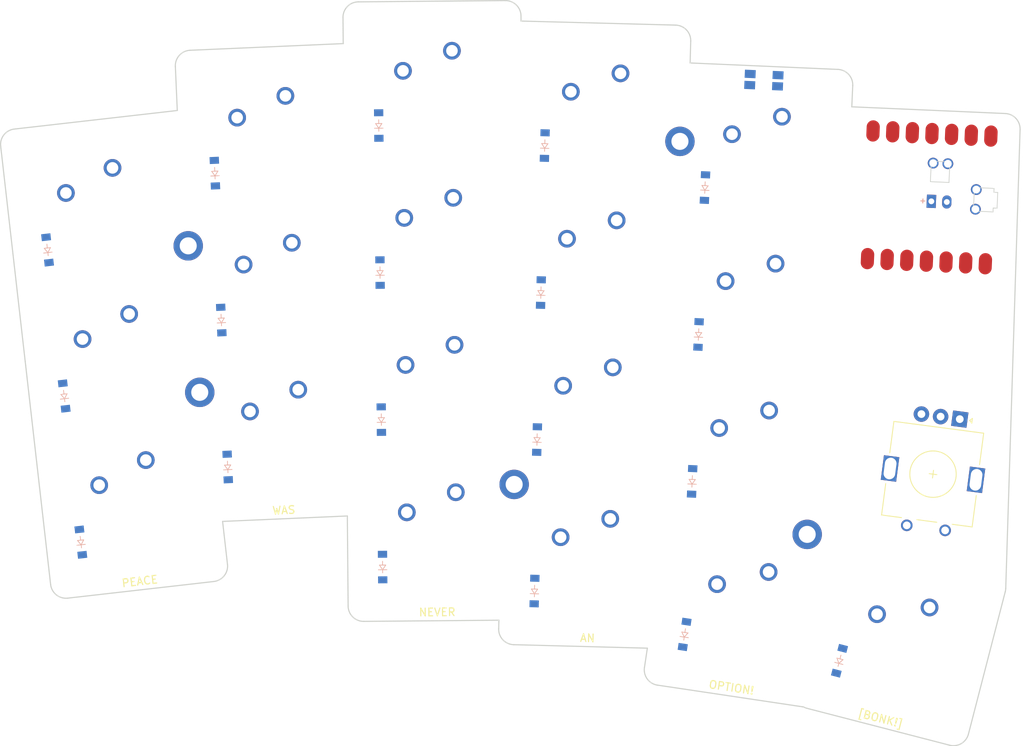
<source format=kicad_pcb>
(kicad_pcb (version 20221018) (generator pcbnew)
  (title_block (title "goose") (rev "v1.0.0") (company "Unknown"))
  (layers (0 "F.Cu" signal) (31 "B.Cu" signal) (34 "B.Paste" user) (35 "F.Paste" user) (36 "B.SilkS" user "B.Silkscreen") (37 "F.SilkS" user "F.Silkscreen") (38 "B.Mask" user) (39 "F.Mask" user) (44 "Edge.Cuts" user))
  (net 0 "")
  (net 1 "C0")
  (net 2 "C0_R2")
  (net 3 "C0_R1")
  (net 4 "C0_R0")
  (net 5 "C1")
  (net 6 "C1_R2")
  (net 7 "C1_R1")
  (net 8 "C1_R0")
  (net 9 "C2")
  (net 10 "C2_R2")
  (net 11 "C2_R1")
  (net 12 "C2_R0")
  (net 13 "C3")
  (net 14 "C3_R2")
  (net 15 "C3_R1")
  (net 16 "C3_R0")
  (net 17 "C4")
  (net 18 "C4_R2")
  (net 19 "C4_R1")
  (net 20 "C4_R0")
  (net 21 "C1_R3")
  (net 22 "C2_R3")
  (net 23 "C3_R3")
  (net 24 "C4_R3")
  (net 25 "R2")
  (net 26 "R1")
  (net 27 "R0")
  (net 28 "R3")
  (net 29 "P0")
  (net 30 "P1")
  (net 31 "RAW3V3")
  (net 32 "GND")
  (net 33 "RAW5V")
  (net 34 "BAT+")
  (net 35 "BAT-")
  (net 36 "RST")
  (footprint "MX" (layer "F.Cu") (at 239.970298 133.905276 -1.5)
    (fp_text reference "S11" hide)
    (fp_text value "" hide)
    (pad "" np_thru_hole circle (at -5.08 0) (size 1.7018 1.7018) (drill 1.7018) (layers "*.Cu" "*.Mask"))
    (pad "" np_thru_hole circle (at 0 0) (size 3.9878 3.9878) (drill 3.9878) (layers "*.Cu" "*.Mask"))
    (pad "" np_thru_hole circle (at 5.08 0) (size 1.7018 1.7018) (drill 1.7018) (layers "*.Cu" "*.Mask"))
    (pad "1" thru_hole circle (at 2.54 -5.08) (size 2.286 2.286) (drill 1.4986) (layers "*.Cu" "*.Mask") (net 13 "C3"))
    (pad "2" thru_hole circle (at -3.81 -2.54) (size 2.286 2.286) (drill 1.4986) (layers "*.Cu" "*.Mask") (net 15 "C3_R1"))
  )
  (footprint "MX" (layer "F.Cu") (at 197.527361 117.990293 2.5)
    (fp_text reference "S6" hide)
    (fp_text value "" hide)
    (pad "" np_thru_hole circle (at -5.08 0) (size 1.7018 1.7018) (drill 1.7018) (layers "*.Cu" "*.Mask"))
    (pad "" np_thru_hole circle (at 0 0) (size 3.9878 3.9878) (drill 3.9878) (layers "*.Cu" "*.Mask"))
    (pad "" np_thru_hole circle (at 5.08 0) (size 1.7018 1.7018) (drill 1.7018) (layers "*.Cu" "*.Mask"))
    (pad "1" thru_hole circle (at 2.54 -5.08) (size 2.286 2.286) (drill 1.4986) (layers "*.Cu" "*.Mask") (net 5 "C1"))
    (pad "2" thru_hole circle (at -3.81 -2.54) (size 2.286 2.286) (drill 1.4986) (layers "*.Cu" "*.Mask") (net 8 "C1_R0"))
  )
  (footprint "MX" (layer "F.Cu") (at 219.031723 131.076315 0.5)
    (fp_text reference "S8" hide)
    (fp_text value "" hide)
    (pad "" np_thru_hole circle (at -5.08 0) (size 1.7018 1.7018) (drill 1.7018) (layers "*.Cu" "*.Mask"))
    (pad "" np_thru_hole circle (at 0 0) (size 3.9878 3.9878) (drill 3.9878) (layers "*.Cu" "*.Mask"))
    (pad "" np_thru_hole circle (at 5.08 0) (size 1.7018 1.7018) (drill 1.7018) (layers "*.Cu" "*.Mask"))
    (pad "1" thru_hole circle (at 2.54 -5.08) (size 2.286 2.286) (drill 1.4986) (layers "*.Cu" "*.Mask") (net 9 "C2"))
    (pad "2" thru_hole circle (at -3.81 -2.54) (size 2.286 2.286) (drill 1.4986) (layers "*.Cu" "*.Mask") (net 11 "C2_R1"))
  )
  (footprint "mounting_hole" (layer "F.Cu") (at 187.286472 132.182973 4.5)
    (fp_text reference "H1" hide)
    (fp_text value "" (at 0 0 4.5) (layer "F.SilkS") (effects (font (size 1.27 1.27))))
    (pad "" thru_hole circle (at 0 0 180) (size 3.8 3.8) (drill 2.2) (layers "*.Cu" "*.Mask"))
  )
  (footprint "sw_reset_side" (layer "F.Cu") (at 261.665756 110.772534 87.5)
    (fp_text reference "RSW1" hide)
    (fp_text value "" (at 0 0 87.5) (layer "F.SilkS") (effects (font (size 1.27 1.27))))
    (pad "1" smd rect (at -0.72 -1.8 357.5) (size 1.4 1.05) (layers "B.Cu" "B.Paste" "B.Mask") (net 32 "GND"))
    (pad "1" smd rect (at -0.72 1.8 357.5) (size 1.4 1.05) (layers "B.Cu" "B.Paste" "B.Mask") (net 32 "GND"))
    (pad "2" smd rect (at 0.72 -1.8 357.5) (size 1.4 1.05) (layers "B.Cu" "B.Paste" "B.Mask") (net 36 "RST"))
    (pad "2" smd rect (at 0.72 1.8 357.5) (size 1.4 1.05) (layers "B.Cu" "B.Paste" "B.Mask") (net 36 "RST"))
  )
  (footprint "MX" (layer "F.Cu") (at 199.184897 155.954125 2.5)
    (fp_text reference "S4" hide)
    (fp_text value "" hide)
    (pad "" np_thru_hole circle (at -5.08 0) (size 1.7018 1.7018) (drill 1.7018) (layers "*.Cu" "*.Mask"))
    (pad "" np_thru_hole circle (at 0 0) (size 3.9878 3.9878) (drill 3.9878) (layers "*.Cu" "*.Mask"))
    (pad "" np_thru_hole circle (at 5.08 0) (size 1.7018 1.7018) (drill 1.7018) (layers "*.Cu" "*.Mask"))
    (pad "1" thru_hole circle (at 2.54 -5.08) (size 2.286 2.286) (drill 1.4986) (layers "*.Cu" "*.Mask") (net 5 "C1"))
    (pad "2" thru_hole circle (at -3.81 -2.54) (size 2.286 2.286) (drill 1.4986) (layers "*.Cu" "*.Mask") (net 6 "C1_R2"))
  )
  (footprint "mounting_hole" (layer "F.Cu") (at 267.261949 169.467094 -5.5)
    (fp_text reference "H5" hide)
    (fp_text value "" (at 0 0 -5.5) (layer "F.SilkS") (effects (font (size 1.27 1.27))))
    (pad "" thru_hole circle (at 0 0 180) (size 3.8 3.8) (drill 2.2) (layers "*.Cu" "*.Mask"))
  )
  (footprint "MX" (layer "F.Cu") (at 239.472936 152.898765 -1.5)
    (fp_text reference "S10" hide)
    (fp_text value "" hide)
    (pad "" np_thru_hole circle (at -5.08 0) (size 1.7018 1.7018) (drill 1.7018) (layers "*.Cu" "*.Mask"))
    (pad "" np_thru_hole circle (at 0 0) (size 3.9878 3.9878) (drill 3.9878) (layers "*.Cu" "*.Mask"))
    (pad "" np_thru_hole circle (at 5.08 0) (size 1.7018 1.7018) (drill 1.7018) (layers "*.Cu" "*.Mask"))
    (pad "1" thru_hole circle (at 2.54 -5.08) (size 2.286 2.286) (drill 1.4986) (layers "*.Cu" "*.Mask") (net 13 "C3"))
    (pad "2" thru_hole circle (at -3.81 -2.54) (size 2.286 2.286) (drill 1.4986) (layers "*.Cu" "*.Mask") (net 14 "C3_R2"))
  )
  (footprint "MX" (layer "F.Cu") (at 239.143406 172.469835 -1.5)
    (fp_text reference "S17" hide)
    (fp_text value "" hide)
    (pad "" np_thru_hole circle (at -5.08 0) (size 1.7018 1.7018) (drill 1.7018) (layers "*.Cu" "*.Mask"))
    (pad "" np_thru_hole circle (at 0 0) (size 3.9878 3.9878) (drill 3.9878) (layers "*.Cu" "*.Mask"))
    (pad "" np_thru_hole circle (at 5.08 0) (size 1.7018 1.7018) (drill 1.7018) (layers "*.Cu" "*.Mask"))
    (pad "1" thru_hole circle (at 2.54 -5.08) (size 2.286 2.286) (drill 1.4986) (layers "*.Cu" "*.Mask") (net 9 "C2"))
    (pad "2" thru_hole circle (at -3.81 -2.54) (size 2.286 2.286) (drill 1.4986) (layers "*.Cu" "*.Mask") (net 22 "C2_R3"))
  )
  (footprint "MX" (layer "F.Cu") (at 198.356129 136.972209 2.5)
    (fp_text reference "S5" hide)
    (fp_text value "" hide)
    (pad "" np_thru_hole circle (at -5.08 0) (size 1.7018 1.7018) (drill 1.7018) (layers "*.Cu" "*.Mask"))
    (pad "" np_thru_hole circle (at 0 0) (size 3.9878 3.9878) (drill 3.9878) (layers "*.Cu" "*.Mask"))
    (pad "" np_thru_hole circle (at 5.08 0) (size 1.7018 1.7018) (drill 1.7018) (layers "*.Cu" "*.Mask"))
    (pad "1" thru_hole circle (at 2.54 -5.08) (size 2.286 2.286) (drill 1.4986) (layers "*.Cu" "*.Mask") (net 5 "C1"))
    (pad "2" thru_hole circle (at -3.81 -2.54) (size 2.286 2.286) (drill 1.4986) (layers "*.Cu" "*.Mask") (net 7 "C1_R1"))
  )
  (footprint "mounting_hole" (layer "F.Cu") (at 250.820254 118.686935 -2)
    (fp_text reference "H3" hide)
    (fp_text value "" (at 0 0 -2) (layer "F.SilkS") (effects (font (size 1.27 1.27))))
    (pad "" thru_hole circle (at 0 0 180) (size 3.8 3.8) (drill 2.2) (layers "*.Cu" "*.Mask"))
  )
  (footprint "MX" (layer "F.Cu") (at 179.85749 165.201493 6.5)
    (fp_text reference "S1" hide)
    (fp_text value "" hide)
    (pad "" np_thru_hole circle (at -5.08 0) (size 1.7018 1.7018) (drill 1.7018) (layers "*.Cu" "*.Mask"))
    (pad "" np_thru_hole circle (at 0 0) (size 3.9878 3.9878) (drill 3.9878) (layers "*.Cu" "*.Mask"))
    (pad "" np_thru_hole circle (at 5.08 0) (size 1.7018 1.7018) (drill 1.7018) (layers "*.Cu" "*.Mask"))
    (pad "1" thru_hole circle (at 2.54 -5.08) (size 2.286 2.286) (drill 1.4986) (layers "*.Cu" "*.Mask") (net 1 "C0"))
    (pad "2" thru_hole circle (at -3.81 -2.54) (size 2.286 2.286) (drill 1.4986) (layers "*.Cu" "*.Mask") (net 2 "C0_R2"))
  )
  (footprint "MX" (layer "F.Cu") (at 259.585111 158.427135 -2.5)
    (fp_text reference "S13" hide)
    (fp_text value "" hide)
    (pad "" np_thru_hole circle (at -5.08 0) (size 1.7018 1.7018) (drill 1.7018) (layers "*.Cu" "*.Mask"))
    (pad "" np_thru_hole circle (at 0 0) (size 3.9878 3.9878) (drill 3.9878) (layers "*.Cu" "*.Mask"))
    (pad "" np_thru_hole circle (at 5.08 0) (size 1.7018 1.7018) (drill 1.7018) (layers "*.Cu" "*.Mask"))
    (pad "1" thru_hole circle (at 2.54 -5.08) (size 2.286 2.286) (drill 1.4986) (layers "*.Cu" "*.Mask") (net 17 "C4"))
    (pad "2" thru_hole circle (at -3.81 -2.54) (size 2.286 2.286) (drill 1.4986) (layers "*.Cu" "*.Mask") (net 18 "C4_R2"))
  )
  (footprint "MX" (layer "F.Cu") (at 240.46766 114.911787 -1.5)
    (fp_text reference "S12" hide)
    (fp_text value "" hide)
    (pad "" np_thru_hole circle (at -5.08 0) (size 1.7018 1.7018) (drill 1.7018) (layers "*.Cu" "*.Mask"))
    (pad "" np_thru_hole circle (at 0 0) (size 3.9878 3.9878) (drill 3.9878) (layers "*.Cu" "*.Mask"))
    (pad "" np_thru_hole circle (at 5.08 0) (size 1.7018 1.7018) (drill 1.7018) (layers "*.Cu" "*.Mask"))
    (pad "1" thru_hole circle (at 2.54 -5.08) (size 2.286 2.286) (drill 1.4986) (layers "*.Cu" "*.Mask") (net 13 "C3"))
    (pad "2" thru_hole circle (at -3.81 -2.54) (size 2.286 2.286) (drill 1.4986) (layers "*.Cu" "*.Mask") (net 16 "C3_R0"))
  )
  (footprint "MX" (layer "F.Cu") (at 261.242648 120.463302 -2.5)
    (fp_text reference "S15" hide)
    (fp_text value "" hide)
    (pad "" np_thru_hole circle (at -5.08 0) (size 1.7018 1.7018) (drill 1.7018) (layers "*.Cu" "*.Mask"))
    (pad "" np_thru_hole circle (at 0 0) (size 3.9878 3.9878) (drill 3.9878) (layers "*.Cu" "*.Mask"))
    (pad "" np_thru_hole circle (at 5.08 0) (size 1.7018 1.7018) (drill 1.7018) (layers "*.Cu" "*.Mask"))
    (pad "1" thru_hole circle (at 2.54 -5.08) (size 2.286 2.286) (drill 1.4986) (layers "*.Cu" "*.Mask") (net 17 "C4"))
    (pad "2" thru_hole circle (at -3.81 -2.54) (size 2.286 2.286) (drill 1.4986) (layers "*.Cu" "*.Mask") (net 20 "C4_R0"))
  )
  (footprint "rotary_encoder" (layer "F.Cu") (at 283.464 161.798 -97.5)
    (fp_text reference "ROT1" hide)
    (fp_text value "")
    (fp_line (start -7.92 -4.14) (end -7.32 -4.14) (stroke (width 0.12)) (layer "F.SilkS"))
    (fp_line (start -7.62 -3.84) (end -7.92 -4.14) (stroke (width 0.12)) (layer "F.SilkS"))
    (fp_line (start -7.32 -4.14) (end -7.62 -3.84) (stroke (width 0.12)) (layer "F.SilkS"))
    (fp_line (start -6.22 -5.84) (end -6.22 5.86) (stroke (width 0.12)) (layer "F.SilkS"))
    (fp_line (start -2.12 -5.84) (end -6.22 -5.84) (stroke (width 0.12)) (layer "F.SilkS"))
    (fp_line (start -2.12 5.86) (end -6.22 5.86) (stroke (width 0.12)) (layer "F.SilkS"))
    (fp_line (start -0.62 -0.04) (end 0.38 -0.04) (stroke (width 0.12)) (layer "F.SilkS"))
    (fp_line (start -0.12 -0.54) (end -0.12 0.46) (stroke (width 0.12)) (layer "F.SilkS"))
    (fp_line (start 1.88 -5.94) (end 5.98 -5.94) (stroke (width 0.12)) (layer "F.SilkS"))
    (fp_line (start 5.98 -5.94) (end 5.98 -3.34) (stroke (width 0.12)) (layer "F.SilkS"))
    (fp_line (start 5.98 -1.34) (end 5.98 1.26) (stroke (width 0.12)) (layer "F.SilkS"))
    (fp_line (start 5.98 3.26) (end 5.98 5.86) (stroke (width 0.12)) (layer "F.SilkS"))
    (fp_line (start 5.98 5.86) (end 1.88 5.86) (stroke (width 0.12)) (layer "F.SilkS"))
    (fp_circle (center -0.12 -0.04) (end 2.88 -0.04) (stroke (width 0.12)) (fill none) (layer "F.SilkS"))
    (pad "" thru_hole rect (at -0.12 -5.64 262.5) (size 3.2 2) (drill oval 2.8 1.5) (layers "*.Cu" "*.Mask"))
    (pad "" thru_hole rect (at -0.12 5.56 262.5) (size 3.2 2) (drill oval 2.8 1.5) (layers "*.Cu" "*.Mask"))
    (pad "1" thru_hole circle (at 6.88 -2.54 265) (size 1.5 1.5) (drill 1) (layers "*.Cu" "*.Mask"))
    (pad "2" thru_hole circle (at 6.88 2.46 265) (size 1.5 1.5) (drill 1) (layers "*.Cu" "*.Mask"))
    (pad "A" thru_hole rect (at -7.62 -2.54 262.5) (size 2 2) (drill 1) (layers "*.Cu" "*.Mask") (net 29 "P0"))
    (pad "B" thru_hole circle (at -7.62 2.46 265) (size 2 2) (drill 1) (layers "*.Cu" "*.Mask") (net 30 "P1"))
    (pad "C" thru_hole circle (at -7.62 -0.04 265) (size 2 2) (drill 1) (layers "*.Cu" "*.Mask") (net 32 "GND"))
  )
  (footprint "MX" (layer "F.Cu") (at 175.555768 127.445763 6.5)
    (fp_text reference "S3" hide)
    (fp_text value "" hide)
    (pad "" np_thru_hole circle (at -5.08 0) (size 1.7018 1.7018) (drill 1.7018) (layers "*.Cu" "*.Mask"))
    (pad "" np_thru_hole circle (at 0 0) (size 3.9878 3.9878) (drill 3.9878) (layers "*.Cu" "*.Mask"))
    (pad "" np_thru_hole circle (at 5.08 0) (size 1.7018 1.7018) (drill 1.7018) (layers "*.Cu" "*.Mask"))
    (pad "1" thru_hole circle (at 2.54 -5.08) (size 2.286 2.286) (drill 1.4986) (layers "*.Cu" "*.Mask") (net 1 "C0"))
    (pad "2" thru_hole circle (at -3.81 -2.54) (size 2.286 2.286) (drill 1.4986) (layers "*.Cu" "*.Mask") (net 4 "C0_R0"))
  )
  (footprint "MX" (layer "F.Cu") (at 260.41388 139.445218 -2.5)
    (fp_text reference "S14" hide)
    (fp_text value "" hide)
    (pad "" np_thru_hole circle (at -5.08 0) (size 1.7018 1.7018) (drill 1.7018) (layers "*.Cu" "*.Mask"))
    (pad "" np_thru_hole circle (at 0 0) (size 3.9878 3.9878) (drill 3.9878) (layers "*.Cu" "*.Mask"))
    (pad "" np_thru_hole circle (at 5.08 0) (size 1.7018 1.7018) (drill 1.7018) (layers "*.Cu" "*.Mask"))
    (pad "1" thru_hole circle (at 2.54 -5.08) (size 2.286 2.286) (drill 1.4986) (layers "*.Cu" "*.Mask") (net 17 "C4"))
    (pad "2" thru_hole circle (at -3.81 -2.54) (size 2.286 2.286) (drill 1.4986) (layers "*.Cu" "*.Mask") (net 19 "C4_R1"))
  )
  (footprint "MX" (layer "F.Cu") (at 218.865919 112.077038 0.5)
    (fp_text reference "S9" hide)
    (fp_text value "" hide)
    (pad "" np_thru_hole circle (at -5.08 0) (size 1.7018 1.7018) (drill 1.7018) (layers "*.Cu" "*.Mask"))
    (pad "" np_thru_hole circle (at 0 0) (size 3.9878 3.9878) (drill 3.9878) (layers "*.Cu" "*.Mask"))
    (pad "" np_thru_hole circle (at 5.08 0) (size 1.7018 1.7018) (drill 1.7018) (layers "*.Cu" "*.Mask"))
    (pad "1" thru_hole circle (at 2.54 -5.08) (size 2.286 2.286) (drill 1.4986) (layers "*.Cu" "*.Mask") (net 9 "C2"))
    (pad "2" thru_hole circle (at -3.81 -2.54) (size 2.286 2.286) (drill 1.4986) (layers "*.Cu" "*.Mask") (net 12 "C2_R0"))
  )
  (footprint "MX" (layer "F.Cu") (at 177.706629 146.323628 6.5)
    (fp_text reference "S2" hide)
    (fp_text value "" hide)
    (pad "" np_thru_hole circle (at -5.08 0) (size 1.7018 1.7018) (drill 1.7018) (layers "*.Cu" "*.Mask"))
    (pad "" np_thru_hole circle (at 0 0) (size 3.9878 3.9878) (drill 3.9878) (layers "*.Cu" "*.Mask"))
    (pad "" np_thru_hole circle (at 5.08 0) (size 1.7018 1.7018) (drill 1.7018) (layers "*.Cu" "*.Mask"))
    (pad "1" thru_hole circle (at 2.54 -5.08) (size 2.286 2.286) (drill 1.4986) (layers "*.Cu" "*.Mask") (net 1 "C0"))
    (pad "2" thru_hole circle (at -3.81 -2.54) (size 2.286 2.286) (drill 1.4986) (layers "*.Cu" "*.Mask") (net 3 "C0_R1"))
  )
  (footprint "Seeeduino XIAO nRF52840" (layer "F.Cu") (at 283.025422 125.918646 -92.5)
    (fp_text reference "" (at 0 0 -92.5) (layer "F.SilkS") (effects (font (size 1.27 1.27))))
    (fp_text value "" (at 0 0 -92.5) (layer "F.SilkS") (effects (font (size 1.27 1.27))))
    (fp_line (start -4.695 -1.972) (end -4.195 -1.972) (stroke (width 0.1)) (layer "Edge.Cuts"))
    (fp_line (start -4.695 -0.567) (end -4.695 -1.972) (stroke (width 0.1)) (layer "Edge.Cuts"))
    (fp_line (start -4.195 -2.472) (end -2.032 -2.472) (stroke (width 0.1)) (layer "Edge.Cuts"))
    (fp_line (start -4.195 -1.972) (end -4.195 -2.472) (stroke (width 0.1)) (layer "Edge.Cuts"))
    (fp_line (start -4.195 -0.567) (end -4.695 -0.567) (stroke (width 0.1)) (layer "Edge.Cuts"))
    (fp_line (start -4.195 -0.067) (end -4.195 -0.567) (stroke (width 0.1)) (layer "Edge.Cuts"))
    (fp_line (start -2.032 -2.472) (end -2.032 -0.067) (stroke (width 0.1)) (layer "Edge.Cuts"))
    (fp_line (start -2.032 -0.067) (end -4.195 -0.067) (stroke (width 0.1)) (layer "Edge.Cuts"))
    (fp_line (start -1.52 -8.322) (end -1.02 -8.322) (stroke (width 0.1)) (layer "Edge.Cuts"))
    (fp_line (start -1.52 -6.282) (end -1.52 -8.322) (stroke (width 0.1)) (layer "Edge.Cuts"))
    (fp_line (start -1.02 -8.822) (end 1.02 -8.822) (stroke (width 0.1)) (layer "Edge.Cuts"))
    (fp_line (start -1.02 -8.322) (end -1.02 -8.822) (stroke (width 0.1)) (layer "Edge.Cuts"))
    (fp_line (start -1.02 -6.282) (end -1.52 -6.282) (stroke (width 0.1)) (layer "Edge.Cuts"))
    (fp_line (start -1.02 -5.782) (end -1.02 -6.282) (stroke (width 0.1)) (layer "Edge.Cuts"))
    (fp_line (start 1.02 -8.822) (end 1.02 -8.322) (stroke (width 0.1)) (layer "Edge.Cuts"))
    (fp_line (start 1.02 -8.322) (end 1.52 -8.322) (stroke (width 0.1)) (layer "Edge.Cuts"))
    (fp_line (start 1.02 -6.282) (end 1.02 -5.782) (stroke (width 0.1)) (layer "Edge.Cuts"))
    (fp_line (start 1.02 -5.782) (end -1.02 -5.782) (stroke (width 0.1)) (layer "Edge.Cuts"))
    (fp_line (start 1.52 -8.322) (end 1.52 -6.282) (stroke (width 0.1)) (layer "Edge.Cuts"))
    (fp_line (start 1.52 -6.282) (end 1.02 -6.282) (stroke (width 0.1)) (layer "Edge.Cuts"))
    (pad "" thru_hole circle (at -4.445 -2.222) (size 1.4 1.4) (drill 1) (layers "*.Cu" "*.Mask") (net 35 "BAT-"))
    (pad "" thru_hole circle (at -4.445 -0.317) (size 1.4 1.4) (drill 1) (layers "*.Cu" "*.Mask") (net 34 "BAT+"))
    (pad "" thru_hole circle (at -1.27 -6.033) (size 1.4 1.4) (drill 1) (layers "*.Cu" "*.Mask") (net 36 "RST"))
    (pad "" thru_hole circle (at 1.27 -6.033) (size 1.4 1.4) (drill 1) (layers "*.Cu" "*.Mask") (net 32 "GND"))
    (pad "1" smd oval (at -8.255 -7.62 267.5) (size 2.75 1.7) (layers "F.Cu" "F.Paste" "F.Mask") (net 29 "P0"))
    (pad "2" smd oval (at -8.255 -5.08 267.5) (size 2.75 1.7) (layers "F.Cu" "F.Paste" "F.Mask") (net 30 "P1"))
    (pad "3" smd oval (at -8.255 -2.54 267.5) (size 2.75 1.7) (layers "F.Cu" "F.Paste" "F.Mask") (net 17 "C4"))
    (pad "4" smd oval (at -8.255 0 267.5) (size 2.75 1.7) (layers "F.Cu" "F.Paste" "F.Mask") (net 27 "R0"))
    (pad "5" smd oval (at -8.255 2.54 267.5) (size 2.75 1.7) (layers "F.Cu" "F.Paste" "F.Mask") (net 26 "R1"))
    (pad "6" smd oval (at -8.255 5.08 267.5) (size 2.75 1.7) (layers "F.Cu" "F.Paste" "F.Mask") (net 25 "R2"))
    (pad "7" smd oval (at -8.255 7.62 267.5) (size 2.75 1.7) (layers "F.Cu" "F.Paste" "F.Mask") (net 28 "R3"))
    (pad "8" smd oval (at 8.255 7.62 267.5) (size 2.75 1.7) (layers "F.Cu" "F.Paste" "F.Mask") (net 1 "C0"))
    (pad "9" smd oval (at 8.255 5.08 267.5) (size 2.75 1.7) (layers "F.Cu" "F.Paste" "F.Mask") (net 5 "C1"))
    (pad "10" smd oval (at 8.255 2.54 267.5) (size 2.75 1.7) (layers "F.Cu" "F.Paste" "F.Mask") (net 9 "C2"))
    (pad "11" smd oval (at 8.255 0 267.5) (size 2.75 1.7) (layers "F.Cu" "F.Paste" "F.Mask") (net 13 "C3"))
    (pad "12" smd oval (at 8.255 -2.54 267.5) (size 2.75 1.7) (layers "F.Cu" "F.Paste" "F.Mask") (net 31 "RAW3V3"))
    (pad "13" smd oval (at 8.255 -5.08 267.5) (size 2.75 1.7) (layers "F.Cu" "F.Paste" "F.Mask") (net 32 "GND"))
    (pad "14" smd oval (at 8.255 -7.62 267.5) (size 2.75 1.7) (layers "F.Cu" "F.Paste" "F.Mask") (net 33 "RAW5V"))
  )
  (footprint "MX" (layer "F.Cu") (at 279.340197 183.192611 -14.5)
    (fp_text reference "S19" hide)
    (fp_text value "" hide)
    (pad "" np_thru_hole circle (at -5.08 0) (size 1.7018 1.7018) (drill 1.7018) (layers "*.Cu" "*.Mask"))
    (pad "" np_thru_hole circle (at 0 0) (size 3.9878 3.9878) (drill 3.9878) (layers "*.Cu" "*.Mask"))
    (pad "" np_thru_hole circle (at 5.08 0) (size 1.7018 1.7018) (drill 1.7018) (layers "*.Cu" "*.Mask"))
    (pad "1" thru_hole circle (at 2.54 -5.08) (size 2.286 2.286) (drill 1.4986) (layers "*.Cu" "*.Mask") (net 17 "C4"))
    (pad "2" thru_hole circle (at -3.81 -2.54) (size 2.286 2.286) (drill 1.4986) (layers "*.Cu" "*.Mask") (net 24 "C4_R3"))
  )
  (footprint "MX" (layer "F.Cu") (at 219.197527 150.075591 0.5)
    (fp_text reference "S7" hide)
    (fp_text value "" hide)
    (pad "" np_thru_hole circle (at -5.08 0) (size 1.7018 1.7018) (drill 1.7018) (layers "*.Cu" "*.Mask"))
    (pad "" np_thru_hole circle (at 0 0) (size 3.9878 3.9878) (drill 3.9878) (layers "*.Cu" "*.Mask"))
    (pad "" np_thru_hole circle (at 5.08 0) (size 1.7018 1.7018) (drill 1.7018) (layers "*.Cu" "*.Mask"))
    (pad "1" thru_hole circle (at 2.54 -5.08) (size 2.286 2.286) (drill 1.4986) (layers "*.Cu" "*.Mask") (net 9 "C2"))
    (pad "2" thru_hole circle (at -3.81 -2.54) (size 2.286 2.286) (drill 1.4986) (layers "*.Cu" "*.Mask") (net 10 "C2_R2"))
  )
  (footprint "MX" (layer "F.Cu") (at 219.363768 169.124866 0.5)
    (fp_text reference "S16" hide)
    (fp_text value "" hide)
    (pad "" np_thru_hole circle (at -5.08 0) (size 1.7018 1.7018) (drill 1.7018) (layers "*.Cu" "*.Mask"))
    (pad "" np_thru_hole circle (at 0 0) (size 3.9878 3.9878) (drill 3.9878) (layers "*.Cu" "*.Mask"))
    (pad "" np_thru_hole circle (at 5.08 0) (size 1.7018 1.7018) (drill 1.7018) (layers "*.Cu" "*.Mask"))
    (pad "1" thru_hole circle (at 2.54 -5.08) (size 2.286 2.286) (drill 1.4986) (layers "*.Cu" "*.Mask") (net 5 "C1"))
    (pad "2" thru_hole circle (at -3.81 -2.54) (size 2.286 2.286) (drill 1.4986) (layers "*.Cu" "*.Mask") (net 21 "C1_R3"))
  )
  (footprint "mounting_hole" (layer "F.Cu") (at 188.776286 151.112864 4.5)
    (fp_text reference "H2" hide)
    (fp_text value "" (at 0 0 4.5) (layer "F.SilkS") (effects (font (size 1.27 1.27))))
    (pad "" thru_hole circle (at 0 0 180) (size 3.8 3.8) (drill 2.2) (layers "*.Cu" "*.Mask"))
  )
  (footprint "MX" (layer "F.Cu") (at 259.012448 178.973521 -8.5)
    (fp_text reference "S18" hide)
    (fp_text value "" hide)
    (pad "" np_thru_hole circle (at -5.08 0) (size 1.7018 1.7018) (drill 1.7018) (layers "*.Cu" "*.Mask"))
    (pad "" np_thru_hole circle (at 0 0) (size 3.9878 3.9878) (drill 3.9878) (layers "*.Cu" "*.Mask"))
    (pad "" np_thru_hole circle (at 5.08 0) (size 1.7018 1.7018) (drill 1.7018) (layers "*.Cu" "*.Mask"))
    (pad "1" thru_hole circle (at 2.54 -5.08) (size 2.286 2.286) (drill 1.4986) (layers "*.Cu" "*.Mask") (net 13 "C3"))
    (pad "2" thru_hole circle (at -3.81 -2.54) (size 2.286 2.286) (drill 1.4986) (layers "*.Cu" "*.Mask") (net 23 "C3_R3"))
  )
  (footprint "mounting_hole" (layer "F.Cu") (at 229.400898 163.011739 -0.5)
    (fp_text reference "H4" hide)
    (fp_text value "" (at 0 0 -0.5) (layer "F.SilkS") (effects (font (size 1.27 1.27))))
    (pad "" thru_hole circle (at 0 0 180) (size 3.8 3.8) (drill 2.2) (layers "*.Cu" "*.Mask"))
  )
  (footprint "Diode_SMD:D_SOD-123" (layer "B.Cu") (at 191.559079 141.773262 92.5)
    (fp_text reference "Di5" hide)
    (fp_text value "" hide)
    (fp_line (start -0.75 0) (end -0.35 0) (stroke (width 0.1)) (layer "B.SilkS"))
    (fp_line (start -0.35 0) (end -0.35 -0.55) (stroke (width 0.1)) (layer "B.SilkS"))
    (fp_line (start -0.35 0) (end -0.35 0.55) (stroke (width 0.1)) (layer "B.SilkS"))
    (fp_line (start -0.35 0) (end 0.25 -0.4) (stroke (width 0.1)) (layer "B.SilkS"))
    (fp_line (start 0.25 -0.4) (end 0.25 0.4) (stroke (width 0.1)) (layer "B.SilkS"))
    (fp_line (start 0.25 0) (end 0.75 0) (stroke (width 0.1)) (layer "B.SilkS"))
    (fp_line (start 0.25 0.4) (end -0.35 0) (stroke (width 0.1)) (layer "B.SilkS"))
    (pad "1" smd rect (at -1.65 0 92.5) (size 0.9 1.2) (layers "B.Cu" "B.Paste" "B.Mask") (net 26 "R1"))
    (pad "2" smd rect (at 1.65 0 92.5) (size 0.9 1.2) (layers "B.Cu" "B.Paste" "B.Mask") (net 7 "C1_R1"))
  )
  (footprint "Diode_SMD:D_SOD-123" (layer "B.Cu") (at 211.905455 116.637953 90.5)
    (fp_text reference "Di9" hide)
    (fp_text value "" hide)
    (fp_line (start -0.75 0) (end -0.35 0) (stroke (width 0.1)) (layer "B.SilkS"))
    (fp_line (start -0.35 0) (end -0.35 -0.55) (stroke (width 0.1)) (layer "B.SilkS"))
    (fp_line (start -0.35 0) (end -0.35 0.55) (stroke (width 0.1)) (layer "B.SilkS"))
    (fp_line (start -0.35 0) (end 0.25 -0.4) (stroke (width 0.1)) (layer "B.SilkS"))
    (fp_line (start 0.25 -0.4) (end 0.25 0.4) (stroke (width 0.1)) (layer "B.SilkS"))
    (fp_line (start 0.25 0) (end 0.75 0) (stroke (width 0.1)) (layer "B.SilkS"))
    (fp_line (start 0.25 0.4) (end -0.35 0) (stroke (width 0.1)) (layer "B.SilkS"))
    (pad "1" smd rect (at -1.65 0 90.5) (size 0.9 1.2) (layers "B.Cu" "B.Paste" "B.Mask") (net 27 "R0"))
    (pad "2" smd rect (at 1.65 0 90.5) (size 0.9 1.2) (layers "B.Cu" "B.Paste" "B.Mask") (net 12 "C2_R0"))
  )
  (footprint "Diode_SMD:D_SOD-123" (layer "B.Cu") (at 171.26104 151.587124 96.5)
    (fp_text reference "Di2" hide)
    (fp_text value "" hide)
    (fp_line (start -0.75 0) (end -0.35 0) (stroke (width 0.1)) (layer "B.SilkS"))
    (fp_line (start -0.35 0) (end -0.35 -0.55) (stroke (width 0.1)) (layer "B.SilkS"))
    (fp_line (start -0.35 0) (end -0.35 0.55) (stroke (width 0.1)) (layer "B.SilkS"))
    (fp_line (start -0.35 0) (end 0.25 -0.4) (stroke (width 0.1)) (layer "B.SilkS"))
    (fp_line (start 0.25 -0.4) (end 0.25 0.4) (stroke (width 0.1)) (layer "B.SilkS"))
    (fp_line (start 0.25 0) (end 0.75 0) (stroke (width 0.1)) (layer "B.SilkS"))
    (fp_line (start 0.25 0.4) (end -0.35 0) (stroke (width 0.1)) (layer "B.SilkS"))
    (pad "1" smd rect (at -1.65 0 96.5) (size 0.9 1.2) (layers "B.Cu" "B.Paste" "B.Mask") (net 26 "R1"))
    (pad "2" smd rect (at 1.65 0 96.5) (size 0.9 1.2) (layers "B.Cu" "B.Paste" "B.Mask") (net 3 "C0_R1"))
  )
  (footprint "Diode_SMD:D_SOD-123" (layer "B.Cu") (at 251.424195 182.389427 81.5)
    (fp_text reference "Di18" hide)
    (fp_text value "" hide)
    (fp_line (start -0.75 0) (end -0.35 0) (stroke (width 0.1)) (layer "B.SilkS"))
    (fp_line (start -0.35 0) (end -0.35 -0.55) (stroke (width 0.1)) (layer "B.SilkS"))
    (fp_line (start -0.35 0) (end -0.35 0.55) (stroke (width 0.1)) (layer "B.SilkS"))
    (fp_line (start -0.35 0) (end 0.25 -0.4) (stroke (width 0.1)) (layer "B.SilkS"))
    (fp_line (start 0.25 -0.4) (end 0.25 0.4) (stroke (width 0.1)) (layer "B.SilkS"))
    (fp_line (start 0.25 0) (end 0.75 0) (stroke (width 0.1)) (layer "B.SilkS"))
    (fp_line (start 0.25 0.4) (end -0.35 0) (stroke (width 0.1)) (layer "B.SilkS"))
    (pad "1" smd rect (at -1.65 0 81.5) (size 0.9 1.2) (layers "B.Cu" "B.Paste" "B.Mask") (net 28 "R3"))
    (pad "2" smd rect (at 1.65 0 81.5) (size 0.9 1.2) (layers "B.Cu" "B.Paste" "B.Mask") (net 23 "C3_R3"))
  )
  (footprint "Diode_SMD:D_SOD-123" (layer "B.Cu") (at 233.352262 119.227006 88.5)
    (fp_text reference "Di12" hide)
    (fp_text value "" hide)
    (fp_line (start -0.75 0) (end -0.35 0) (stroke (width 0.1)) (layer "B.SilkS"))
    (fp_line (start -0.35 0) (end -0.35 -0.55) (stroke (width 0.1)) (layer "B.SilkS"))
    (fp_line (start -0.35 0) (end -0.35 0.55) (stroke (width 0.1)) (layer "B.SilkS"))
    (fp_line (start -0.35 0) (end 0.25 -0.4) (stroke (width 0.1)) (layer "B.SilkS"))
    (fp_line (start 0.25 -0.4) (end 0.25 0.4) (stroke (width 0.1)) (layer "B.SilkS"))
    (fp_line (start 0.25 0) (end 0.75 0) (stroke (width 0.1)) (layer "B.SilkS"))
    (fp_line (start 0.25 0.4) (end -0.35 0) (stroke (width 0.1)) (layer "B.SilkS"))
    (pad "1" smd rect (at -1.65 0 88.5) (size 0.9 1.2) (layers "B.Cu" "B.Paste" "B.Mask") (net 27 "R0"))
    (pad "2" smd rect (at 1.65 0 88.5) (size 0.9 1.2) (layers "B.Cu" "B.Paste" "B.Mask") (net 16 "C3_R0"))
  )
  (footprint "Diode_SMD:D_SOD-123" (layer "B.Cu") (at 232.8549 138.220495 88.5)
    (fp_text reference "Di11" hide)
    (fp_text value "" hide)
    (fp_line (start -0.75 0) (end -0.35 0) (stroke (width 0.1)) (layer "B.SilkS"))
    (fp_line (start -0.35 0) (end -0.35 -0.55) (stroke (width 0.1)) (layer "B.SilkS"))
    (fp_line (start -0.35 0) (end -0.35 0.55) (stroke (width 0.1)) (layer "B.SilkS"))
    (fp_line (start -0.35 0) (end 0.25 -0.4) (stroke (width 0.1)) (layer "B.SilkS"))
    (fp_line (start 0.25 -0.4) (end 0.25 0.4) (stroke (width 0.1)) (layer "B.SilkS"))
    (fp_line (start 0.25 0) (end 0.75 0) (stroke (width 0.1)) (layer "B.SilkS"))
    (fp_line (start 0.25 0.4) (end -0.35 0) (stroke (width 0.1)) (layer "B.SilkS"))
    (pad "1" smd rect (at -1.65 0 88.5) (size 0.9 1.2) (layers "B.Cu" "B.Paste" "B.Mask") (net 26 "R1"))
    (pad "2" smd rect (at 1.65 0 88.5) (size 0.9 1.2) (layers "B.Cu" "B.Paste" "B.Mask") (net 15 "C3_R1"))
  )
  (footprint "Diode_SMD:D_SOD-123" (layer "B.Cu") (at 212.403303 173.68578 90.5)
    (fp_text reference "Di16" hide)
    (fp_text value "" hide)
    (fp_line (start -0.75 0) (end -0.35 0) (stroke (width 0.1)) (layer "B.SilkS"))
    (fp_line (start -0.35 0) (end -0.35 -0.55) (stroke (width 0.1)) (layer "B.SilkS"))
    (fp_line (start -0.35 0) (end -0.35 0.55) (stroke (width 0.1)) (layer "B.SilkS"))
    (fp_line (start -0.35 0) (end 0.25 -0.4) (stroke (width 0.1)) (layer "B.SilkS"))
    (fp_line (start 0.25 -0.4) (end 0.25 0.4) (stroke (width 0.1)) (layer "B.SilkS"))
    (fp_line (start 0.25 0) (end 0.75 0) (stroke (width 0.1)) (layer "B.SilkS"))
    (fp_line (start 0.25 0.4) (end -0.35 0) (stroke (width 0.1)) (layer "B.SilkS"))
    (pad "1" smd rect (at -1.65 0 90.5) (size 0.9 1.2) (layers "B.Cu" "B.Paste" "B.Mask") (net 28 "R3"))
    (pad "2" smd rect (at 1.65 0 90.5) (size 0.9 1.2) (layers "B.Cu" "B.Paste" "B.Mask") (net 21 "C1_R3"))
  )
  (footprint "Diode_SMD:D_SOD-123" (layer "B.Cu") (at 271.436454 185.796615 75.5)
    (fp_text reference "Di19" hide)
    (fp_text value "" hide)
    (fp_line (start -0.75 0) (end -0.35 0) (stroke (width 0.1)) (layer "B.SilkS"))
    (fp_line (start -0.35 0) (end -0.35 -0.55) (stroke (width 0.1)) (layer "B.SilkS"))
    (fp_line (start -0.35 0) (end -0.35 0.55) (stroke (width 0.1)) (layer "B.SilkS"))
    (fp_line (start -0.35 0) (end 0.25 -0.4) (stroke (width 0.1)) (layer "B.SilkS"))
    (fp_line (start 0.25 -0.4) (end 0.25 0.4) (stroke (width 0.1)) (layer "B.SilkS"))
    (fp_line (start 0.25 0) (end 0.75 0) (stroke (width 0.1)) (layer "B.SilkS"))
    (fp_line (start 0.25 0.4) (end -0.35 0) (stroke (width 0.1)) (layer "B.SilkS"))
    (pad "1" smd rect (at -1.65 0 75.5) (size 0.9 1.2) (layers "B.Cu" "B.Paste" "B.Mask") (net 28 "R3"))
    (pad "2" smd rect (at 1.65 0 75.5) (size 0.9 1.2) (layers "B.Cu" "B.Paste" "B.Mask") (net 24 "C4_R3"))
  )
  (footprint "Diode_SMD:D_SOD-123" (layer "B.Cu") (at 252.395487 162.617516 87.5)
    (fp_text reference "Di13" hide)
    (fp_text value "" hide)
    (fp_line (start -0.75 0) (end -0.35 0) (stroke (width 0.1)) (layer "B.SilkS"))
    (fp_line (start -0.35 0) (end -0.35 -0.55) (stroke (width 0.1)) (layer "B.SilkS"))
    (fp_line (start -0.35 0) (end -0.35 0.55) (stroke (width 0.1)) (layer "B.SilkS"))
    (fp_line (start -0.35 0) (end 0.25 -0.4) (stroke (width 0.1)) (layer "B.SilkS"))
    (fp_line (start 0.25 -0.4) (end 0.25 0.4) (stroke (width 0.1)) (layer "B.SilkS"))
    (fp_line (start 0.25 0) (end 0.75 0) (stroke (width 0.1)) (layer "B.SilkS"))
    (fp_line (start 0.25 0.4) (end -0.35 0) (stroke (width 0.1)) (layer "B.SilkS"))
    (pad "1" smd rect (at -1.65 0 87.5) (size 0.9 1.2) (layers "B.Cu" "B.Paste" "B.Mask") (net 25 "R2"))
    (pad "2" smd rect (at 1.65 0 87.5) (size 0.9 1.2) (layers "B.Cu" "B.Paste" "B.Mask") (net 18 "C4_R2"))
  )
  (footprint "Diode_SMD:D_SOD-123" (layer "B.Cu") (at 192.387847 160.755178 92.5)
    (fp_text reference "Di4" hide)
    (fp_text value "" hide)
    (fp_line (start -0.75 0) (end -0.35 0) (stroke (width 0.1)) (layer "B.SilkS"))
    (fp_line (start -0.35 0) (end -0.35 -0.55) (stroke (width 0.1)) (layer "B.SilkS"))
    (fp_line (start -0.35 0) (end -0.35 0.55) (stroke (width 0.1)) (layer "B.SilkS"))
    (fp_line (start -0.35 0) (end 0.25 -0.4) (stroke (width 0.1)) (layer "B.SilkS"))
    (fp_line (start 0.25 -0.4) (end 0.25 0.4) (stroke (width 0.1)) (layer "B.SilkS"))
    (fp_line (start 0.25 0) (end 0.75 0) (stroke (width 0.1)) (layer "B.SilkS"))
    (fp_line (start 0.25 0.4) (end -0.35 0) (stroke (width 0.1)) (layer "B.SilkS"))
    (pad "1" smd rect (at -1.65 0 92.5) (size 0.9 1.2) (layers "B.Cu" "B.Paste" "B.Mask") (net 25 "R2"))
    (pad "2" smd rect (at 1.65 0 92.5) (size 0.9 1.2) (layers "B.Cu" "B.Paste" "B.Mask") (net 6 "C1_R2"))
  )
  (footprint "BatteryPad" (layer "B.Cu") (at 284.302375 126.474875 -2.5)
    (fp_text reference "BAT1" hide)
    (fp_text value "" hide)
    (fp_line (start -2.1 -0.25) (end -2.1 0.25) (stroke (width 0.15)) (layer "B.SilkS"))
    (fp_line (start -1.85 0) (end -2.35 0) (stroke (width 0.15)) (layer "B.SilkS"))
    (pad "1" thru_hole rect (at -1 0 357.5) (size 1.2 1.7) (drill 0.75) (layers "*.Cu" "*.Mask") (net 34 "BAT+"))
    (pad "2" thru_hole oval (at 1 0 357.5) (size 1.2 1.7) (drill 0.75) (layers "*.Cu" "*.Mask") (net 35 "BAT-"))
  )
  (footprint "Diode_SMD:D_SOD-123" (layer "B.Cu") (at 232.028009 176.785055 88.5)
    (fp_text reference "Di17" hide)
    (fp_text value "" hide)
    (fp_line (start -0.75 0) (end -0.35 0) (stroke (width 0.1)) (layer "B.SilkS"))
    (fp_line (start -0.35 0) (end -0.35 -0.55) (stroke (width 0.1)) (layer "B.SilkS"))
    (fp_line (start -0.35 0) (end -0.35 0.55) (stroke (width 0.1)) (layer "B.SilkS"))
    (fp_line (start -0.35 0) (end 0.25 -0.4) (stroke (width 0.1)) (layer "B.SilkS"))
    (fp_line (start 0.25 -0.4) (end 0.25 0.4) (stroke (width 0.1)) (layer "B.SilkS"))
    (fp_line (start 0.25 0) (end 0.75 0) (stroke (width 0.1)) (layer "B.SilkS"))
    (fp_line (start 0.25 0.4) (end -0.35 0) (stroke (width 0.1)) (layer "B.SilkS"))
    (pad "1" smd rect (at -1.65 0 88.5) (size 0.9 1.2) (layers "B.Cu" "B.Paste" "B.Mask") (net 28 "R3"))
    (pad "2" smd rect (at 1.65 0 88.5) (size 0.9 1.2) (layers "B.Cu" "B.Paste" "B.Mask") (net 22 "C2_R3"))
  )
  (footprint "Diode_SMD:D_SOD-123" (layer "B.Cu") (at 212.071259 135.637229 90.5)
    (fp_text reference "Di8" hide)
    (fp_text value "" hide)
    (fp_line (start -0.75 0) (end -0.35 0) (stroke (width 0.1)) (layer "B.SilkS"))
    (fp_line (start -0.35 0) (end -0.35 -0.55) (stroke (width 0.1)) (layer "B.SilkS"))
    (fp_line (start -0.35 0) (end -0.35 0.55) (stroke (width 0.1)) (layer "B.SilkS"))
    (fp_line (start -0.35 0) (end 0.25 -0.4) (stroke (width 0.1)) (layer "B.SilkS"))
    (fp_line (start 0.25 -0.4) (end 0.25 0.4) (stroke (width 0.1)) (layer "B.SilkS"))
    (fp_line (start 0.25 0) (end 0.75 0) (stroke (width 0.1)) (layer "B.SilkS"))
    (fp_line (start 0.25 0.4) (end -0.35 0) (stroke (width 0.1)) (layer "B.SilkS"))
    (pad "1" smd rect (at -1.65 0 90.5) (size 0.9 1.2) (layers "B.Cu" "B.Paste" "B.Mask") (net 26 "R1"))
    (pad "2" smd rect (at 1.65 0 90.5) (size 0.9 1.2) (layers "B.Cu" "B.Paste" "B.Mask") (net 11 "C2_R1"))
  )
  (footprint "Diode_SMD:D_SOD-123" (layer "B.Cu") (at 173.411901 170.464989 96.5)
    (fp_text reference "Di1" hide)
    (fp_text value "" hide)
    (fp_line (start -0.75 0) (end -0.35 0) (stroke (width 0.1)) (layer "B.SilkS"))
    (fp_line (start -0.35 0) (end -0.35 -0.55) (stroke (width 0.1)) (layer "B.SilkS"))
    (fp_line (start -0.35 0) (end -0.35 0.55) (stroke (width 0.1)) (layer "B.SilkS"))
    (fp_line (start -0.35 0) (end 0.25 -0.4) (stroke (width 0.1)) (layer "B.SilkS"))
    (fp_line (start 0.25 -0.4) (end 0.25 0.4) (stroke (width 0.1)) (layer "B.SilkS"))
    (fp_line (start 0.25 0) (end 0.75 0) (stroke (width 0.1)) (layer "B.SilkS"))
    (fp_line (start 0.25 0.4) (end -0.35 0) (stroke (width 0.1)) (layer "B.SilkS"))
    (pad "1" smd rect (at -1.65 0 96.5) (size 0.9 1.2) (layers "B.Cu" "B.Paste" "B.Mask") (net 25 "R2"))
    (pad "2" smd rect (at 1.65 0 96.5) (size 0.9 1.2) (layers "B.Cu" "B.Paste" "B.Mask") (net 2 "C0_R2"))
  )
  (footprint "Diode_SMD:D_SOD-123" (layer "B.Cu") (at 190.73031 122.791345 92.5)
    (fp_text reference "Di6" hide)
    (fp_text value "" hide)
    (fp_line (start -0.75 0) (end -0.35 0) (stroke (width 0.1)) (layer "B.SilkS"))
    (fp_line (start -0.35 0) (end -0.35 -0.55) (stroke (width 0.1)) (layer "B.SilkS"))
    (fp_line (start -0.35 0) (end -0.35 0.55) (stroke (width 0.1)) (layer "B.SilkS"))
    (fp_line (start -0.35 0) (end 0.25 -0.4) (stroke (width 0.1)) (layer "B.SilkS"))
    (fp_line (start 0.25 -0.4) (end 0.25 0.4) (stroke (width 0.1)) (layer "B.SilkS"))
    (fp_line (start 0.25 0) (end 0.75 0) (stroke (width 0.1)) (layer "B.SilkS"))
    (fp_line (start 0.25 0.4) (end -0.35 0) (stroke (width 0.1)) (layer "B.SilkS"))
    (pad "1" smd rect (at -1.65 0 92.5) (size 0.9 1.2) (layers "B.Cu" "B.Paste" "B.Mask") (net 27 "R0"))
    (pad "2" smd rect (at 1.65 0 92.5) (size 0.9 1.2) (layers "B.Cu" "B.Paste" "B.Mask") (net 8 "C1_R0"))
  )
  (footprint "Diode_SMD:D_SOD-123" (layer "B.Cu") (at 212.237063 154.636506 90.5)
    (fp_text reference "Di7" hide)
    (fp_text value "" hide)
    (fp_line (start -0.75 0) (end -0.35 0) (stroke (width 0.1)) (layer "B.SilkS"))
    (fp_line (start -0.35 0) (end -0.35 -0.55) (stroke (width 0.1)) (layer "B.SilkS"))
    (fp_line (start -0.35 0) (end -0.35 0.55) (stroke (width 0.1)) (layer "B.SilkS"))
    (fp_line (start -0.35 0) (end 0.25 -0.4) (stroke (width 0.1)) (layer "B.SilkS"))
    (fp_line (start 0.25 -0.4) (end 0.25 0.4) (stroke (width 0.1)) (layer "B.SilkS"))
    (fp_line (start 0.25 0) (end 0.75 0) (stroke (width 0.1)) (layer "B.SilkS"))
    (fp_line (start 0.25 0.4) (end -0.35 0) (stroke (width 0.1)) (layer "B.SilkS"))
    (pad "1" smd rect (at -1.65 0 90.5) (size 0.9 1.2) (layers "B.Cu" "B.Paste" "B.Mask") (net 25 "R2"))
    (pad "2" smd rect (at 1.65 0 90.5) (size 0.9 1.2) (layers "B.Cu" "B.Paste" "B.Mask") (net 10 "C2_R2"))
  )
  (footprint "Diode_SMD:D_SOD-123" (layer "B.Cu") (at 169.110179 132.709259 96.5)
    (fp_text reference "Di3" hide)
    (fp_text value "" hide)
    (fp_line (start -0.75 0) (end -0.35 0) (stroke (width 0.1)) (layer "B.SilkS"))
    (fp_line (start -0.35 0) (end -0.35 -0.55) (stroke (width 0.1)) (layer "B.SilkS"))
    (fp_line (start -0.35 0) (end -0.35 0.55) (stroke (width 0.1)) (layer "B.SilkS"))
    (fp_line (start -0.35 0) (end 0.25 -0.4) (stroke (width 0.1)) (layer "B.SilkS"))
    (fp_line (start 0.25 -0.4) (end 0.25 0.4) (stroke (width 0.1)) (layer "B.SilkS"))
    (fp_line (start 0.25 0) (end 0.75 0) (stroke (width 0.1)) (layer "B.SilkS"))
    (fp_line (start 0.25 0.4) (end -0.35 0) (stroke (width 0.1)) (layer "B.SilkS"))
    (pad "1" smd rect (at -1.65 0 96.5) (size 0.9 1.2) (layers "B.Cu" "B.Paste" "B.Mask") (net 27 "R0"))
    (pad "2" smd rect (at 1.65 0 96.5) (size 0.9 1.2) (layers "B.Cu" "B.Paste" "B.Mask") (net 4 "C0_R0"))
  )
  (footprint "Diode_SMD:D_SOD-123" (layer "B.Cu") (at 232.357538 157.213984 88.5)
    (fp_text reference "Di10" hide)
    (fp_text value "" hide)
    (fp_line (start -0.75 0) (end -0.35 0) (stroke (width 0.1)) (layer "B.SilkS"))
    (fp_line (start -0.35 0) (end -0.35 -0.55) (stroke (width 0.1)) (layer "B.SilkS"))
    (fp_line (start -0.35 0) (end -0.35 0.55) (stroke (width 0.1)) (layer "B.SilkS"))
    (fp_line (start -0.35 0) (end 0.25 -0.4) (stroke (width 0.1)) (layer "B.SilkS"))
    (fp_line (start 0.25 -0.4) (end 0.25 0.4) (stroke (width 0.1)) (layer "B.SilkS"))
    (fp_line (start 0.25 0) (end 0.75 0) (stroke (width 0.1)) (layer "B.SilkS"))
    (fp_line (start 0.25 0.4) (end -0.35 0) (stroke (width 0.1)) (layer "B.SilkS"))
    (pad "1" smd rect (at -1.65 0 88.5) (size 0.9 1.2) (layers "B.Cu" "B.Paste" "B.Mask") (net 25 "R2"))
    (pad "2" smd rect (at 1.65 0 88.5) (size 0.9 1.2) (layers "B.Cu" "B.Paste" "B.Mask") (net 14 "C3_R2"))
  )
  (footprint "Diode_SMD:D_SOD-123" (layer "B.Cu") (at 253.224255 143.6356 87.5)
    (fp_text reference "Di14" hide)
    (fp_text value "" hide)
    (fp_line (start -0.75 0) (end -0.35 0) (stroke (width 0.1)) (layer "B.SilkS"))
    (fp_line (start -0.35 0) (end -0.35 -0.55) (stroke (width 0.1)) (layer "B.SilkS"))
    (fp_line (start -0.35 0) (end -0.35 0.55) (stroke (width 0.1)) (layer "B.SilkS"))
    (fp_line (start -0.35 0) (end 0.25 -0.4) (stroke (width 0.1)) (layer "B.SilkS"))
    (fp_line (start 0.25 -0.4) (end 0.25 0.4) (stroke (width 0.1)) (layer "B.SilkS"))
    (fp_line (start 0.25 0) (end 0.75 0) (stroke (width 0.1)) (layer "B.SilkS"))
    (fp_line (start 0.25 0.4) (end -0.35 0) (stroke (width 0.1)) (layer "B.SilkS"))
    (pad "1" smd rect (at -1.65 0 87.5) (size 0.9 1.2) (layers "B.Cu" "B.Paste" "B.Mask") (net 26 "R1"))
    (pad "2" smd rect (at 1.65 0 87.5) (size 0.9 1.2) (layers "B.Cu" "B.Paste" "B.Mask") (net 19 "C4_R1"))
  )
  (footprint "Diode_SMD:D_SOD-123" (layer "B.Cu") (at 254.053023 124.653683 87.5)
    (fp_text reference "Di15" hide)
    (fp_text value "" hide)
    (fp_line (start -0.75 0) (end -0.35 0) (stroke (width 0.1)) (layer "B.SilkS"))
    (fp_line (start -0.35 0) (end -0.35 -0.55) (stroke (width 0.1)) (layer "B.SilkS"))
    (fp_line (start -0.35 0) (end -0.35 0.55) (stroke (width 0.1)) (layer "B.SilkS"))
    (fp_line (start -0.35 0) (end 0.25 -0.4) (stroke (width 0.1)) (layer "B.SilkS"))
    (fp_line (start 0.25 -0.4) (end 0.25 0.4) (stroke (width 0.1)) (layer "B.SilkS"))
    (fp_line (start 0.25 0) (end 0.75 0) (stroke (width 0.1)) (layer "B.SilkS"))
    (fp_line (start 0.25 0.4) (end -0.35 0) (stroke (width 0.1)) (layer "B.SilkS"))
    (pad "1" smd rect (at -1.65 0 87.5) (size 0.9 1.2) (layers "B.Cu" "B.Paste" "B.Mask") (net 27 "R0"))
    (pad "2" smd rect (at 1.65 0 87.5) (size 0.9 1.2) (layers "B.Cu" "B.Paste" "B.Mask") (net 20 "C4_R0"))
  )
  (gr_line (start 230.288375 103.14129) (end 250.265439 103.664408) (stroke (width 0.15)) (layer "Edge.Cuts"))
  (gr_line (start 230.288375 103.14129) (end 230.282579 102.477045) (stroke (width 0.15)) (layer "Edge.Cuts"))
  (gr_arc (start 250.265439 103.664408) (mid 251.663834 104.287014) (end 252.2124 105.716077) (stroke (width 0.15)) (layer "Edge.Cuts"))
  (gr_line (start 163.054261 119.308667) (end 166.223951 147.128679) (stroke (width 0.15)) (layer "Edge.Cuts"))
  (gr_line (start 252.138064 108.554832) (end 252.2124 105.716077) (stroke (width 0.15)) (layer "Edge.Cuts"))
  (gr_arc (start 266.798427 191.762777) (mid 266.753294 191.757597) (end 266.708291 191.751393) (stroke (width 0.15)) (layer "Edge.Cuts"))
  (gr_arc (start 209.964485 180.707329) (mid 208.545214 180.133907) (end 207.947108 178.72486) (stroke (width 0.15)) (layer "Edge.Cuts"))
  (gr_line (start 273.026134 114.22135) (end 273.146087 111.473967) (stroke (width 0.15)) (layer "Edge.Cuts"))
  (gr_arc (start 229.345627 183.717214) (mid 227.947232 183.094608) (end 227.398666 181.665545) (stroke (width 0.15)) (layer "Edge.Cuts"))
  (gr_arc (start 267.263425 191.947699) (mid 267.02512 191.869839) (end 266.798427 191.762778) (stroke (width 0.15)) (layer "Edge.Cuts"))
  (gr_line (start 166.280553 147.625465) (end 166.223951 147.128679) (stroke (width 0.15)) (layer "Edge.Cuts"))
  (gr_line (start 252.138064 108.554832) (end 271.235229 109.388632) (stroke (width 0.15)) (layer "Edge.Cuts"))
  (gr_arc (start 207.283454 102.677755) (mid 207.856877 101.258483) (end 209.265925 100.660378) (stroke (width 0.15)) (layer "Edge.Cuts"))
  (gr_arc (start 271.235229 109.388631) (mid 272.622545 110.035547) (end 273.146087 111.473967) (stroke (width 0.15)) (layer "Edge.Cuts"))
  (gr_line (start 187.53478 106.915622) (end 207.312902 106.052091) (stroke (width 0.15)) (layer "Edge.Cuts"))
  (gr_line (start 207.283454 102.677755) (end 207.312902 106.052091) (stroke (width 0.15)) (layer "Edge.Cuts"))
  (gr_line (start 171.720394 177.703) (end 190.598259 175.552139) (stroke (width 0.15)) (layer "Edge.Cuts"))
  (gr_line (start 164.814998 117.095117) (end 185.872569 114.69591) (stroke (width 0.15)) (layer "Edge.Cuts"))
  (gr_arc (start 292.857241 115.087195) (mid 294.236167 115.725012) (end 294.769025 117.147795) (stroke (width 0.15)) (layer "Edge.Cuts"))
  (gr_arc (start 292.915233 176.436322) (mid 292.896033 176.657191) (end 292.852505 176.874578) (stroke (width 0.15)) (layer "Edge.Cuts"))
  (gr_line (start 247.916989 188.943014) (end 266.708291 191.751393) (stroke (width 0.15)) (layer "Edge.Cuts"))
  (gr_line (start 229.345627 183.717214) (end 246.608221 184.169251) (stroke (width 0.15)) (layer "Edge.Cuts"))
  (gr_line (start 288.095285 195.269384) (end 292.852505 176.874578) (stroke (width 0.15)) (layer "Edge.Cuts"))
  (gr_arc (start 247.916989 188.943015) (mid 246.604894 188.154629) (end 246.234576 186.669364) (stroke (width 0.15)) (layer "Edge.Cuts"))
  (gr_line (start 209.964484 180.70733) (end 227.427748 180.554931) (stroke (width 0.15)) (layer "Edge.Cuts"))
  (gr_line (start 267.263425 191.947699) (end 285.65823 196.704919) (stroke (width 0.15)) (layer "Edge.Cuts"))
  (gr_line (start 273.026134 114.22135) (end 292.857241 115.087194) (stroke (width 0.15)) (layer "Edge.Cuts"))
  (gr_arc (start 185.623921 109.000957) (mid 186.147463 107.562538) (end 187.53478 106.915622) (stroke (width 0.15)) (layer "Edge.Cuts"))
  (gr_line (start 166.337154 148.12225) (end 166.280552 147.625464) (stroke (width 0.15)) (layer "Edge.Cuts"))
  (gr_arc (start 228.265202 100.494574) (mid 229.684474 101.067997) (end 230.282579 102.477045) (stroke (width 0.15)) (layer "Edge.Cuts"))
  (gr_arc (start 192.358997 173.338589) (mid 191.937069 174.810025) (end 190.598259 175.552139) (stroke (width 0.15)) (layer "Edge.Cuts"))
  (gr_line (start 185.623922 109.000958) (end 185.872569 114.69591) (stroke (width 0.15)) (layer "Edge.Cuts"))
  (gr_line (start 166.337154 148.122251) (end 169.506844 175.942263) (stroke (width 0.15)) (layer "Edge.Cuts"))
  (gr_arc (start 171.720395 177.703) (mid 170.248959 177.281073) (end 169.506844 175.942263) (stroke (width 0.15)) (layer "Edge.Cuts"))
  (gr_line (start 227.427748 180.554931) (end 227.398666 181.665545) (stroke (width 0.15)) (layer "Edge.Cuts"))
  (gr_line (start 207.845545 167.086949) (end 207.947108 178.724859) (stroke (width 0.15)) (layer "Edge.Cuts"))
  (gr_line (start 192.358997 173.338589) (end 191.726895 167.790704) (stroke (width 0.15)) (layer "Edge.Cuts"))
  (gr_arc (start 163.054261 119.308668) (mid 163.476188 117.837232) (end 164.814998 117.095117) (stroke (width 0.15)) (layer "Edge.Cuts"))
  (gr_arc (start 288.095285 195.269384) (mid 287.174067 196.491882) (end 285.65823 196.704919) (stroke (width 0.15)) (layer "Edge.Cuts"))
  (gr_line (start 191.726895 167.790704) (end 207.845545 167.086949) (stroke (width 0.15)) (layer "Edge.Cuts"))
  (gr_line (start 246.608221 184.169251) (end 246.234576 186.669364) (stroke (width 0.15)) (layer "Edge.Cuts"))
  (gr_line (start 228.265202 100.494574) (end 209.265925 100.660378) (stroke (width 0.15)) (layer "Edge.Cuts"))
  (gr_line (start 294.769025 117.147795) (end 292.915233 176.436322) (stroke (width 0.15)) (layer "Edge.Cuts"))
  (gr_text "[BONK!]" (at 276.736245 193.261346 -14.5) (layer "F.SilkS") (effects (font (size 1 1))))
  (gr_text "NEVER" (at 219.454524 179.52447 0.5) (layer "F.SilkS") (effects (font (size 1 1))))
  (gr_text "AN" (at 238.871166 182.866272 -1.5) (layer "F.SilkS") (effects (font (size 1 1))))
  (gr_text "PEACE" (at 181.034803 175.534641 6.5) (layer "F.SilkS") (effects (font (size 1 1))))
  (gr_text "WAS" (at 199.638539 166.344227 2.5) (layer "F.SilkS") (effects (font (size 1 1))))
  (gr_text "OPTION!" (at 257.47523 189.259286 -8.5) (layer "F.SilkS") (effects (font (size 1 1))))
)
</source>
